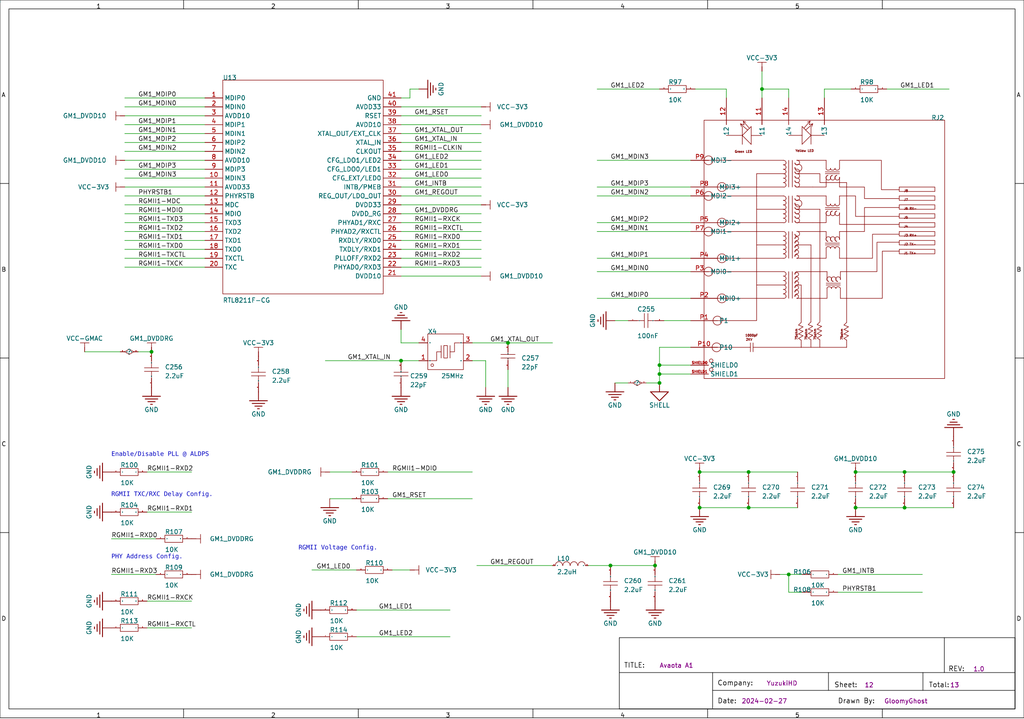
<source format=kicad_sch>
(kicad_sch (version 20231120) (generator "eeschema") (generator_version "8.0")
  (paper "User" 291.846 205.029)
  (lib_symbols
    (symbol "5-Voltage_1" (power) (pin_numbers hide) (pin_names hide)
      (symbol "5-Voltage_1_1_0"
        (pin power_in line (at 0 0 90) (length 1.27) (name "VCC-3V3") (number "1"))
      )
    )
    (symbol "5-Voltage_10" (power) (pin_numbers hide) (pin_names hide)
      (symbol "5-Voltage_10_1_0"
        (pin power_in line (at 0 0 90) (length 1.27) (name "GM1_DVDD10") (number "1"))
      )
    )
    (symbol "5-Voltage_11" (power) (pin_numbers hide) (pin_names hide)
      (symbol "5-Voltage_11_1_0"
        (pin power_in line (at 0 0 90) (length 1.27) (name "VCC-3V3") (number "1"))
      )
    )
    (symbol "5-Voltage_12" (power) (pin_numbers hide) (pin_names hide)
      (symbol "5-Voltage_12_1_0"
        (pin power_in line (at 0 0 90) (length 1.27) (name "GM1_DVDD10") (number "1"))
      )
    )
    (symbol "5-Voltage_13" (power) (pin_numbers hide) (pin_names hide)
      (symbol "5-Voltage_13_1_0"
        (pin power_in line (at 0 0 90) (length 1.27) (name "GM1_DVDD10") (number "1"))
      )
    )
    (symbol "5-Voltage_14" (power) (pin_numbers hide) (pin_names hide)
      (symbol "5-Voltage_14_1_0"
        (pin power_in line (at 0 0 90) (length 1.27) (name "VCC-3V3") (number "1"))
      )
    )
    (symbol "5-Voltage_15" (power) (pin_numbers hide) (pin_names hide)
      (symbol "5-Voltage_15_1_0"
        (pin power_in line (at 0 0 90) (length 1.27) (name "VCC-GMAC") (number "1"))
      )
    )
    (symbol "5-Voltage_2" (power) (pin_numbers hide) (pin_names hide)
      (symbol "5-Voltage_2_1_0"
        (pin power_in line (at 0 0 90) (length 1.27) (name "GM1_DVDD10") (number "1"))
      )
    )
    (symbol "5-Voltage_3" (power) (pin_numbers hide) (pin_names hide)
      (symbol "5-Voltage_3_1_0"
        (pin power_in line (at 0 0 90) (length 1.27) (name "VCC-3V3") (number "1"))
      )
    )
    (symbol "5-Voltage_4" (power) (pin_numbers hide) (pin_names hide)
      (symbol "5-Voltage_4_1_0"
        (pin power_in line (at 0 0 90) (length 1.27) (name "VCC-3V3") (number "1"))
      )
    )
    (symbol "5-Voltage_5" (power) (pin_numbers hide) (pin_names hide)
      (symbol "5-Voltage_5_1_0"
        (pin power_in line (at 0 0 90) (length 1.27) (name "VCC-3V3") (number "1"))
      )
    )
    (symbol "5-Voltage_6" (power) (pin_numbers hide) (pin_names hide)
      (symbol "5-Voltage_6_1_0"
        (pin power_in line (at 0 0 90) (length 1.27) (name "VCC-3V3") (number "1"))
      )
    )
    (symbol "5-Voltage_7" (power) (pin_numbers hide) (pin_names hide)
      (symbol "5-Voltage_7_1_0"
        (pin power_in line (at 0 0 90) (length 1.27) (name "GM1_DVDD10") (number "1"))
      )
    )
    (symbol "5-Voltage_8" (power) (pin_numbers hide) (pin_names hide)
      (symbol "5-Voltage_8_1_0"
        (pin power_in line (at 0 0 90) (length 1.27) (name "GM1_DVDD10") (number "1"))
      )
    )
    (symbol "5-Voltage_9" (power) (pin_numbers hide) (pin_names hide)
      (symbol "5-Voltage_9_1_0"
        (pin power_in line (at 0 0 90) (length 1.27) (name "VCC-3V3") (number "1"))
      )
    )
    (symbol "AvaotaA1-easyedapro:0201CG220J500NT"
      (property "Reference" "C" (at 0 0 0))
      (symbol "0201CG220J500NT_1_0"
        (pin input line (at -3.81 0 0) (length 2.54) (name "1") (number "1"))
        (pin input line (at 3.81 0 180) (length 2.54) (name "2") (number "2"))
      )
    )
    (symbol "AvaotaA1-easyedapro:0201X225M6R3NT"
      (property "Reference" "C" (at 0 0 0))
      (symbol "0201X225M6R3NT_1_0"
        (pin input line (at 0 -5.08 90) (length 2.54) (name "1") (number "1"))
        (pin input line (at 0 5.08 270) (length 2.54) (name "2") (number "2"))
      )
    )
    (symbol "AvaotaA1-easyedapro:5-Voltage" (power) (pin_numbers hide) (pin_names hide)
      (symbol "5-Voltage_1_0"
        (pin power_in line (at 0 0 90) (length 1.27) (name "GM1_DVDDRG") (number "1"))
      )
    )
    (symbol "AvaotaA1-easyedapro:7D025000Q01"
      (property "Reference" "X" (at 0 0 0))
      (symbol "7D025000Q01_1_0"
        (pin input line (at -7.62 -2.54 0) (length 2.54) (name "IN") (number "1"))
        (pin input line (at 7.62 -2.54 180) (length 2.54) (name "GND") (number "2"))
        (pin input line (at 7.62 2.54 180) (length 2.54) (name "OUT") (number "3"))
        (pin input line (at -7.62 2.54 0) (length 2.54) (name "GND") (number "4"))
      )
    )
    (symbol "AvaotaA1-easyedapro:CapAcitance"
      (symbol "CapAcitance_1_0"
        (pin input line (at -5.08 0 0) (length 2.54) (name "1") (number "1"))
        (pin input line (at 5.08 0 180) (length 2.54) (name "2") (number "2"))
      )
    )
    (symbol "AvaotaA1-easyedapro:Ground-AGND" (power) (pin_numbers hide) (pin_names hide)
      (symbol "Ground-AGND_1_0"
        (pin power_in line (at 0 0 270) (length 2.54) (name "SHELL") (number "1"))
      )
    )
    (symbol "AvaotaA1-easyedapro:Ground-GND" (power) (pin_numbers hide) (pin_names hide)
      (symbol "Ground-GND_1_0"
        (pin power_in line (at 0 0 270) (length 2.54) (name "GND") (number "1"))
      )
    )
    (symbol "AvaotaA1-easyedapro:HR911130A"
      (property "Reference" "RJ" (at 0 0 0))
      (symbol "HR911130A_1_0"
        (text "1000pF" (at -17.526 -28.702 0) (effects (font (size 0.635 0.635)) (justify left bottom)))
        (text "2KV" (at -17.3482 -29.8958 0) (effects (font (size 0.635 0.635)) (justify left bottom)))
        (text "75ohm" (at -2.5146 -29.718 900) (effects (font (size 0.635 0.635)) (justify left bottom)))
        (text "75ohm" (at 0.254 -29.7434 900) (effects (font (size 0.635 0.635)) (justify left bottom)))
        (text "75ohm" (at 2.794 -29.718 900) (effects (font (size 0.635 0.635)) (justify left bottom)))
        (text "75ohm" (at 10.414 -29.7434 900) (effects (font (size 0.635 0.635)) (justify left bottom)))
        (text "Green LED" (at -20.5486 23.6982 0) (effects (font (size 0.635 0.635)) (justify left bottom)))
        (text "J1 TX+" (at 27.686 -5.2578 0) (effects (font (size 0.635 0.635)) (justify left bottom)))
        (text "J2 TX-" (at 27.686 -2.7178 0) (effects (font (size 0.635 0.635)) (justify left bottom)))
        (text "J3 RX+" (at 27.686 -0.1778 0) (effects (font (size 0.635 0.635)) (justify left bottom)))
        (text "J4" (at 27.686 2.3622 0) (effects (font (size 0.635 0.635)) (justify left bottom)))
        (text "J5" (at 27.686 4.9022 0) (effects (font (size 0.635 0.635)) (justify left bottom)))
        (text "J6 RX-" (at 27.686 7.4422 0) (effects (font (size 0.635 0.635)) (justify left bottom)))
        (text "J7" (at 27.686 9.9822 0) (effects (font (size 0.635 0.635)) (justify left bottom)))
        (text "J8" (at 27.686 12.5222 0) (effects (font (size 0.635 0.635)) (justify left bottom)))
        (text "Yellow LED" (at -3.2512 23.9522 0) (effects (font (size 0.635 0.635)) (justify left bottom)))
        (pin input line (at -12.7 39.37 270) (length 7.62) (name "11") (number "11"))
        (pin input line (at -22.86 39.37 270) (length 7.62) (name "12") (number "12"))
        (pin input line (at 5.08 39.37 270) (length 7.62) (name "13") (number "13"))
        (pin input line (at -5.08 39.37 270) (length 7.62) (name "14") (number "14"))
        (pin input line (at -33.02 -24.13 0) (length 7.62) (name "P1") (number "P1"))
        (pin input line (at -33.02 -31.75 0) (length 7.62) (name "P10") (number "P10"))
        (pin input line (at -33.02 -17.78 0) (length 7.62) (name "MDI0+") (number "P2"))
        (pin input line (at -33.02 -10.16 0) (length 5.08) (name "MDI0-") (number "P3"))
        (pin input line (at -33.02 -6.35 0) (length 7.62) (name "MDI1+") (number "P4"))
        (pin input line (at -33.02 3.81 0) (length 7.62) (name "MDI2+") (number "P5"))
        (pin input line (at -33.02 11.43 0) (length 5.08) (name "MDI2-") (number "P6"))
        (pin input line (at -33.02 1.27 0) (length 5.08) (name "MDI1-") (number "P7"))
        (pin input line (at -33.02 13.97 0) (length 7.62) (name "MDI3+") (number "P8"))
        (pin input line (at -33.02 21.59 0) (length 5.08) (name "MDI3-") (number "P9"))
        (pin input line (at -33.02 -36.83 0) (length 5.08) (name "SHIELD0") (number "SHIELD0"))
        (pin input line (at -33.02 -39.37 0) (length 5.08) (name "SHIELD1") (number "SHIELD1"))
      )
    )
    (symbol "AvaotaA1-easyedapro:RTL8211F-CG"
      (symbol "RTL8211F-CG_1_0"
        (pin input line (at -27.94 27.94 0) (length 5.08) (name "MDIP0") (number "1"))
        (pin input line (at -27.94 5.08 0) (length 5.08) (name "MDIN3") (number "10"))
        (pin input line (at -27.94 2.54 0) (length 5.08) (name "AVDD33") (number "11"))
        (pin input line (at -27.94 0 0) (length 5.08) (name "PHYRSTB") (number "12"))
        (pin input line (at -27.94 -2.54 0) (length 5.08) (name "MDC") (number "13"))
        (pin input line (at -27.94 -5.08 0) (length 5.08) (name "MDIO") (number "14"))
        (pin input line (at -27.94 -7.62 0) (length 5.08) (name "TXD3") (number "15"))
        (pin input line (at -27.94 -10.16 0) (length 5.08) (name "TXD2") (number "16"))
        (pin input line (at -27.94 -12.7 0) (length 5.08) (name "TXD1") (number "17"))
        (pin input line (at -27.94 -15.24 0) (length 5.08) (name "TXD0") (number "18"))
        (pin input line (at -27.94 -17.78 0) (length 5.08) (name "TXCTL") (number "19"))
        (pin input line (at -27.94 25.4 0) (length 5.08) (name "MDIN0") (number "2"))
        (pin input line (at -27.94 -20.32 0) (length 5.08) (name "TXC") (number "20"))
        (pin input line (at 27.94 -22.86 180) (length 5.08) (name "DVDD10") (number "21"))
        (pin input line (at 27.94 -20.32 180) (length 5.08) (name "PHYAD0/RXD3") (number "22"))
        (pin input line (at 27.94 -17.78 180) (length 5.08) (name "PLLOFF/RXD2") (number "23"))
        (pin input line (at 27.94 -15.24 180) (length 5.08) (name "TXDLY/RXD1") (number "24"))
        (pin input line (at 27.94 -12.7 180) (length 5.08) (name "RXDLY/RXD0") (number "25"))
        (pin input line (at 27.94 -10.16 180) (length 5.08) (name "PHYAD2/RXCTL") (number "26"))
        (pin input line (at 27.94 -7.62 180) (length 5.08) (name "PHYAD1/RXC") (number "27"))
        (pin input line (at 27.94 -5.08 180) (length 5.08) (name "DVDD_RG") (number "28"))
        (pin input line (at 27.94 -2.54 180) (length 5.08) (name "DVDD33") (number "29"))
        (pin input line (at -27.94 22.86 0) (length 5.08) (name "AVDD10") (number "3"))
        (pin input line (at 27.94 0 180) (length 5.08) (name "REG_OUT/LDO_OUT") (number "30"))
        (pin input line (at 27.94 2.54 180) (length 5.08) (name "INTB/PMEB") (number "31"))
        (pin input line (at 27.94 5.08 180) (length 5.08) (name "CFG_EXT/LED0") (number "32"))
        (pin input line (at 27.94 7.62 180) (length 5.08) (name "CFG_LDO0/LED1") (number "33"))
        (pin input line (at 27.94 10.16 180) (length 5.08) (name "CFG_LDO1/LED2") (number "34"))
        (pin input line (at 27.94 12.7 180) (length 5.08) (name "CLKOUT") (number "35"))
        (pin input line (at 27.94 15.24 180) (length 5.08) (name "XTAL_IN") (number "36"))
        (pin input line (at 27.94 17.78 180) (length 5.08) (name "XTAL_OUT/EXT_CLK") (number "37"))
        (pin input line (at 27.94 20.32 180) (length 5.08) (name "AVDD10") (number "38"))
        (pin input line (at 27.94 22.86 180) (length 5.08) (name "RSET") (number "39"))
        (pin input line (at -27.94 20.32 0) (length 5.08) (name "MDIP1") (number "4"))
        (pin input line (at 27.94 25.4 180) (length 5.08) (name "AVDD33") (number "40"))
        (pin input line (at 27.94 27.94 180) (length 5.08) (name "GND") (number "41"))
        (pin input line (at -27.94 17.78 0) (length 5.08) (name "MDIN1") (number "5"))
        (pin input line (at -27.94 15.24 0) (length 5.08) (name "MDIP2") (number "6"))
        (pin input line (at -27.94 12.7 0) (length 5.08) (name "MDIN2") (number "7"))
        (pin input line (at -27.94 10.16 0) (length 5.08) (name "AVDD10") (number "8"))
        (pin input line (at -27.94 7.62 0) (length 5.08) (name "MDIP3") (number "9"))
      )
    )
    (symbol "AvaotaA1-easyedapro:Sheet_A4"
      (symbol "Sheet_A4_1_0"
        (text "1" (at 27.432 -204.6732 0) (effects (font (size 1.2192 1.2192)) (justify left bottom)))
        (text "1" (at 27.432 -2.4892 0) (effects (font (size 1.2192 1.2192)) (justify left bottom)))
        (text "2" (at 77.216 -204.6732 0) (effects (font (size 1.2192 1.2192)) (justify left bottom)))
        (text "2" (at 77.216 -2.4892 0) (effects (font (size 1.2192 1.2192)) (justify left bottom)))
        (text "3" (at 127 -204.6732 0) (effects (font (size 1.2192 1.2192)) (justify left bottom)))
        (text "3" (at 127 -2.4892 0) (effects (font (size 1.2192 1.2192)) (justify left bottom)))
        (text "4" (at 176.784 -204.6732 0) (effects (font (size 1.2192 1.2192)) (justify left bottom)))
        (text "4" (at 176.784 -2.4892 0) (effects (font (size 1.2192 1.2192)) (justify left bottom)))
        (text "5" (at 226.568 -204.6732 0) (effects (font (size 1.2192 1.2192)) (justify left bottom)))
        (text "5" (at 226.568 -2.4892 0) (effects (font (size 1.2192 1.2192)) (justify left bottom)))
        (text "A" (at 0.381 -27.7622 0) (effects (font (size 1.2192 1.2192)) (justify left bottom)))
        (text "A" (at 289.687 -27.7622 0) (effects (font (size 1.2192 1.2192)) (justify left bottom)))
        (text "B" (at 0.381 -77.5462 0) (effects (font (size 1.2192 1.2192)) (justify left bottom)))
        (text "B" (at 289.687 -77.5462 0) (effects (font (size 1.2192 1.2192)) (justify left bottom)))
        (text "C" (at 0.381 -127.3302 0) (effects (font (size 1.2192 1.2192)) (justify left bottom)))
        (text "C" (at 289.687 -127.3302 0) (effects (font (size 1.2192 1.2192)) (justify left bottom)))
        (text "Company:" (at 204.4446 -195.5546 0) (effects (font (size 1.397 1.397)) (justify left bottom)))
        (text "D" (at 0.381 -177.1142 0) (effects (font (size 1.2192 1.2192)) (justify left bottom)))
        (text "D" (at 289.687 -177.1142 0) (effects (font (size 1.2192 1.2192)) (justify left bottom)))
        (text "Date:" (at 204.47 -200.66 0) (effects (font (size 1.397 1.397)) (justify left bottom)))
        (text "Drawn By:" (at 238.76 -200.66 0) (effects (font (size 1.397 1.397)) (justify left bottom)))
        (text "REV:" (at 270.256 -191.516 0) (effects (font (size 1.397 1.397)) (justify left bottom)))
        (text "Sheet:" (at 237.744 -196.088 0) (effects (font (size 1.397 1.397)) (justify left bottom)))
        (text "TITLE:" (at 177.8 -190.5 0) (effects (font (size 1.397 1.397)) (justify left bottom)))
        (text "Total:" (at 264.668 -196.088 0) (effects (font (size 1.397 1.397)) (justify left bottom)))
      )
    )
    (symbol "AvaotaA1-easyedapro:Short-Symbol"
      (symbol "Short-Symbol_1_0"
        (pin input line (at -2.54 0 0) (length 1.27) (name "Pin1") (number "1"))
        (pin input line (at 2.54 0 180) (length 1.27) (name "Pin1") (number "2"))
      )
    )
    (symbol "AvaotaA1-easyedapro:WPN252012H2R2MT"
      (property "Reference" "L" (at 0 0 0))
      (symbol "WPN252012H2R2MT_1_0"
        (pin input line (at -5.08 0 0) (length 0.762) (name "1") (number "1"))
        (pin input line (at 5.08 0 180) (length 0.762) (name "2") (number "2"))
      )
    )
    (symbol "AvaotaA1-easyedapro:电阻"
      (symbol "电阻_1_0"
        (pin input line (at -5.08 0 0) (length 2.54) (name "1") (number "1"))
        (pin input line (at 5.08 0 180) (length 2.54) (name "2") (number "2"))
      )
    )
  )
  (junction (at 43.18 100.33))
  (junction (at 271.78 134.62))
  (junction (at 114.3 102.87))
  (junction (at 187.96 109.22))
  (junction (at 224.79 163.83))
  (junction (at 213.36 144.78))
  (junction (at 243.84 144.78))
  (junction (at 257.81 144.78))
  (junction (at 217.17 25.4))
  (junction (at 199.39 144.78))
  (junction (at 187.96 106.68))
  (junction (at 243.84 134.62))
  (junction (at 213.36 134.62))
  (junction (at 187.96 104.14))
  (junction (at 144.78 97.79))
  (junction (at 173.99 161.29))
  (junction (at 257.81 134.62))
  (junction (at 199.39 134.62))
  (junction (at 186.69 161.29))
  (wire (pts (xy 144.78 110.49) (xy 144.78 105.41)))
  (wire (pts (xy 196.85 45.72) (xy 170.18 45.72)))
  (wire (pts (xy 35.56 66.04) (xy 58.42 66.04)))
  (wire (pts (xy 224.79 27.94) (xy 224.79 25.4)))
  (wire (pts (xy 137.16 58.42) (xy 114.3 58.42)))
  (wire (pts (xy 137.16 33.02) (xy 114.3 33.02)))
  (wire (pts (xy 93.98 134.62) (xy 100.33 134.62)))
  (wire (pts (xy 196.85 104.14) (xy 187.96 104.14)))
  (wire (pts (xy 213.36 134.62) (xy 199.39 134.62)))
  (wire (pts (xy 187.96 109.22) (xy 187.96 106.68)))
  (wire (pts (xy 35.56 73.66) (xy 58.42 73.66)))
  (wire (pts (xy 137.16 30.48) (xy 114.3 30.48)))
  (wire (pts (xy 227.33 134.62) (xy 213.36 134.62)))
  (wire (pts (xy 234.95 25.4) (xy 234.95 27.94)))
  (wire (pts (xy 224.79 163.83) (xy 224.79 168.91)))
  (wire (pts (xy 35.56 40.64) (xy 58.42 40.64)))
  (wire (pts (xy 196.85 53.34) (xy 170.18 53.34)))
  (wire (pts (xy 114.3 27.94) (xy 116.84 27.94)))
  (wire (pts (xy 134.62 142.24) (xy 110.49 142.24)))
  (wire (pts (xy 35.56 27.94) (xy 58.42 27.94)))
  (wire (pts (xy 35.56 55.88) (xy 58.42 55.88)))
  (wire (pts (xy 119.38 102.87) (xy 114.3 102.87)))
  (wire (pts (xy 35.56 30.48) (xy 58.42 30.48)))
  (wire (pts (xy 34.29 100.33) (xy 24.13 100.33)))
  (wire (pts (xy 137.16 55.88) (xy 114.3 55.88)))
  (wire (pts (xy 137.16 68.58) (xy 114.3 68.58)))
  (wire (pts (xy 58.42 58.42) (xy 35.56 58.42)))
  (wire (pts (xy 41.91 134.62) (xy 54.61 134.62)))
  (wire (pts (xy 228.6 168.91) (xy 224.79 168.91)))
  (wire (pts (xy 187.96 104.14) (xy 187.96 106.68)))
  (wire (pts (xy 243.84 134.62) (xy 257.81 134.62)))
  (wire (pts (xy 196.85 99.06) (xy 187.96 99.06)))
  (wire (pts (xy 137.16 45.72) (xy 114.3 45.72)))
  (wire (pts (xy 196.85 66.04) (xy 170.18 66.04)))
  (wire (pts (xy 137.16 50.8) (xy 114.3 50.8)))
  (wire (pts (xy 35.56 33.02) (xy 58.42 33.02)))
  (wire (pts (xy 111.76 162.56) (xy 116.84 162.56)))
  (wire (pts (xy 137.16 78.74) (xy 114.3 78.74)))
  (wire (pts (xy 137.16 48.26) (xy 114.3 48.26)))
  (wire (pts (xy 173.99 161.29) (xy 167.64 161.29)))
  (wire (pts (xy 144.78 97.79) (xy 134.62 97.79)))
  (wire (pts (xy 187.96 25.4) (xy 170.18 25.4)))
  (wire (pts (xy 58.42 60.96) (xy 35.56 60.96)))
  (wire (pts (xy 58.42 76.2) (xy 35.56 76.2)))
  (wire (pts (xy 134.62 102.87) (xy 138.43 102.87)))
  (wire (pts (xy 114.3 71.12) (xy 137.16 71.12)))
  (wire (pts (xy 196.85 77.47) (xy 170.18 77.47)))
  (wire (pts (xy 137.16 66.04) (xy 114.3 66.04)))
  (wire (pts (xy 196.85 63.5) (xy 170.18 63.5)))
  (wire (pts (xy 35.56 45.72) (xy 58.42 45.72)))
  (wire (pts (xy 114.3 63.5) (xy 137.16 63.5)))
  (wire (pts (xy 58.42 63.5) (xy 35.56 63.5)))
  (wire (pts (xy 222.25 163.83) (xy 224.79 163.83)))
  (wire (pts (xy 187.96 106.68) (xy 196.85 106.68)))
  (wire (pts (xy 213.36 144.78) (xy 199.39 144.78)))
  (wire (pts (xy 238.76 168.91) (xy 262.89 168.91)))
  (wire (pts (xy 196.85 55.88) (xy 170.18 55.88)))
  (wire (pts (xy 35.56 38.1) (xy 58.42 38.1)))
  (wire (pts (xy 110.49 134.62) (xy 134.62 134.62)))
  (wire (pts (xy 137.16 76.2) (xy 114.3 76.2)))
  (wire (pts (xy 196.85 91.44) (xy 189.23 91.44)))
  (wire (pts (xy 135.89 161.29) (xy 157.48 161.29)))
  (wire (pts (xy 234.95 25.4) (xy 242.57 25.4)))
  (wire (pts (xy 157.48 97.79) (xy 144.78 97.79)))
  (wire (pts (xy 137.16 43.18) (xy 114.3 43.18)))
  (wire (pts (xy 88.9 162.56) (xy 101.6 162.56)))
  (wire (pts (xy 43.18 100.33) (xy 39.37 100.33)))
  (wire (pts (xy 217.17 25.4) (xy 217.17 27.94)))
  (wire (pts (xy 35.56 35.56) (xy 58.42 35.56)))
  (wire (pts (xy 186.69 161.29) (xy 173.99 161.29)))
  (wire (pts (xy 137.16 60.96) (xy 114.3 60.96)))
  (wire (pts (xy 227.33 144.78) (xy 213.36 144.78)))
  (wire (pts (xy 114.3 97.79) (xy 114.3 93.98)))
  (wire (pts (xy 137.16 40.64) (xy 114.3 40.64)))
  (wire (pts (xy 100.33 142.24) (xy 93.98 142.24)))
  (wire (pts (xy 252.73 25.4) (xy 270.51 25.4)))
  (wire (pts (xy 116.84 25.4) (xy 119.38 25.4)))
  (wire (pts (xy 137.16 53.34) (xy 114.3 53.34)))
  (wire (pts (xy 179.07 91.44) (xy 175.26 91.44)))
  (wire (pts (xy 119.38 97.79) (xy 114.3 97.79)))
  (wire (pts (xy 217.17 20.32) (xy 217.17 25.4)))
  (wire (pts (xy 175.26 109.22) (xy 179.07 109.22)))
  (wire (pts (xy 137.16 35.56) (xy 114.3 35.56)))
  (wire (pts (xy 41.91 171.45) (xy 54.61 171.45)))
  (wire (pts (xy 114.3 102.87) (xy 92.71 102.87)))
  (wire (pts (xy 196.85 85.09) (xy 170.18 85.09)))
  (wire (pts (xy 257.81 134.62) (xy 271.78 134.62)))
  (wire (pts (xy 207.01 25.4) (xy 198.12 25.4)))
  (wire (pts (xy 187.96 99.06) (xy 187.96 104.14)))
  (wire (pts (xy 196.85 73.66) (xy 170.18 73.66)))
  (wire (pts (xy 44.45 153.67) (xy 31.75 153.67)))
  (wire (pts (xy 116.84 27.94) (xy 116.84 25.4)))
  (wire (pts (xy 31.75 163.83) (xy 44.45 163.83)))
  (wire (pts (xy 207.01 27.94) (xy 207.01 25.4)))
  (wire (pts (xy 35.56 50.8) (xy 58.42 50.8)))
  (wire (pts (xy 58.42 71.12) (xy 35.56 71.12)))
  (wire (pts (xy 224.79 25.4) (xy 217.17 25.4)))
  (wire (pts (xy 35.56 43.18) (xy 58.42 43.18)))
  (wire (pts (xy 35.56 68.58) (xy 58.42 68.58)))
  (wire (pts (xy 138.43 110.49) (xy 138.43 102.87)))
  (wire (pts (xy 35.56 48.26) (xy 58.42 48.26)))
  (wire (pts (xy 224.79 163.83) (xy 228.6 163.83)))
  (wire (pts (xy 54.61 146.05) (xy 41.91 146.05)))
  (wire (pts (xy 128.27 181.61) (xy 101.6 181.61)))
  (wire (pts (xy 184.15 109.22) (xy 187.96 109.22)))
  (wire (pts (xy 128.27 173.99) (xy 101.6 173.99)))
  (wire (pts (xy 137.16 38.1) (xy 114.3 38.1)))
  (wire (pts (xy 41.91 179.07) (xy 54.61 179.07)))
  (wire (pts (xy 137.16 73.66) (xy 114.3 73.66)))
  (wire (pts (xy 257.81 144.78) (xy 271.78 144.78)))
  (wire (pts (xy 35.56 53.34) (xy 58.42 53.34)))
  (wire (pts (xy 262.89 163.83) (xy 238.76 163.83)))
  (wire (pts (xy 243.84 144.78) (xy 257.81 144.78)))
  (text "PHY Address Config." (at 31.75 160.02 0) (effects (font (size 1.27 1.27)) (justify left bottom)))
  (text "RGMII Voltage Config." (at 85.09 157.48 0) (effects (font (size 1.27 1.27)) (justify left bottom)))
  (text "Enable/Disable PLL @ ALDPS" (at 31.75 130.81 0) (effects (font (size 1.27 1.27)) (justify left bottom)))
  (text "RGMII TXC/RXC Delay Config." (at 31.75 142.24 0) (effects (font (size 1.27 1.27)) (justify left bottom)))
  (label "GM1_LED2" (at 118.11 45.72 0))
  (label "RGMII1-TXD0" (at 39.37 71.12 0))
  (label "GM1_XTAL_IN" (at 118.11 40.64 0))
  (label "GM1_MDIN3" (at 39.37 50.8 0))
  (label "GM1_LED2" (at 107.95 181.61 0))
  (label "GM1_XTAL_OUT" (at 118.11 38.1 0))
  (label "RGMII1-RXCTL" (at 41.91 179.07 0))
  (label "GM1_RSET" (at 118.11 33.02 0))
  (label "PHYRSTB1" (at 240.03 168.91 0))
  (label "GM1_MDIP3" (at 39.37 48.26 0))
  (label "GM1_RSET" (at 111.76 142.24 0))
  (label "GM1_MDIN2" (at 173.99 55.88 0))
  (label "RGMII1-TXCTL" (at 39.37 73.66 0))
  (label "RGMII1-MDIO" (at 111.76 134.62 0))
  (label "RGMII1-RXD2" (at 41.91 134.62 0))
  (label "GM1_MDIP2" (at 173.99 63.5 0))
  (label "RGMII1-RXCK" (at 41.91 171.45 0))
  (label "GM1_MDIP0" (at 173.99 85.09 0))
  (label "RGMII1-MDC" (at 39.37 58.42 0))
  (label "RGMII1-RXD3" (at 31.75 163.83 0))
  (label "GM1_MDIN2" (at 39.37 43.18 0))
  (label "GM1_MDIN1" (at 173.99 66.04 0))
  (label "RGMII1-RXD1" (at 118.11 71.12 0))
  (label "GM1_XTAL_OUT" (at 139.7 97.79 0))
  (label "GM1_LED1" (at 256.54 25.4 0))
  (label "GM1_LED1" (at 107.95 173.99 0))
  (label "RGMII1-TXD3" (at 39.37 63.5 0))
  (label "GM1_MDIN3" (at 173.99 45.72 0))
  (label "GM1_LED2" (at 173.99 25.4 0))
  (label "GM1_INTB" (at 240.03 163.83 0))
  (label "GM1_MDIP1" (at 39.37 35.56 0))
  (label "GM1_MDIP3" (at 173.99 53.34 0))
  (label "PHYRSTB1" (at 39.37 55.88 0))
  (label "GM1_REGOUT" (at 139.7 161.29 0))
  (label "RGMII1-TXD2" (at 39.37 66.04 0))
  (label "RGMII1-TXD1" (at 39.37 68.58 0))
  (label "RGMII1-MDIO" (at 39.37 60.96 0))
  (label "GM1_MDIN1" (at 39.37 38.1 0))
  (label "RGMII1-CLKIN" (at 118.11 43.18 0))
  (label "GM1_XTAL_IN" (at 99.06 102.87 0))
  (label "RGMII1-RXCK" (at 118.11 63.5 0))
  (label "GM1_LED1" (at 118.11 48.26 0))
  (label "RGMII1-TXCK" (at 39.37 76.2 0))
  (label "GM1_INTB" (at 118.11 53.34 0))
  (label "GM1_LED0" (at 90.17 162.56 0))
  (label "GM1_MDIP1" (at 173.99 73.66 0))
  (label "RGMII1-RXD1" (at 41.91 146.05 0))
  (label "RGMII1-RXD0" (at 31.75 153.67 0))
  (label "RGMII1-RXD3" (at 118.11 76.2 0))
  (label "GM1_REGOUT" (at 118.11 55.88 0))
  (label "RGMII1-RXD0" (at 118.11 68.58 0))
  (label "GM1_MDIN0" (at 173.99 77.47 0))
  (label "GM1_DVDDRG" (at 118.11 60.96 0))
  (label "GM1_MDIP0" (at 39.37 27.94 0))
  (label "RGMII1-RXCTL" (at 118.11 66.04 0))
  (label "GM1_MDIN0" (at 39.37 30.48 0))
  (label "GM1_MDIP2" (at 39.37 40.64 0))
  (label "RGMII1-RXD2" (at 118.11 73.66 0))
  (label "GM1_LED0" (at 118.11 50.8 0))
  (symbol (lib_id "AvaotaA1-easyedapro:电阻") (at 233.68 168.91 0) (unit 1)
    (property "Reference" "R108" (at 226.06 168.91 0) (effects (justify left bottom)))
    (property "Value" "10K" (at 231.14 172.72 0) (effects (justify left bottom)))
    (property "Footprint" "AvaotaA1-easyedapro:R0603" (effects (hide yes)))
  )
  (symbol (lib_name "5-Voltage_11") (lib_id "AvaotaA1-easyedapro:5-Voltage") (at 137.16 30.48 270) (unit 1)
    (property "Reference" "#PWR?" (effects (hide yes)))
    (property "Value" "VCC-3V3" (at 146.05 30.48 90))
    (property "Footprint" "AvaotaA1-easyedapro:" (effects (hide yes)))
    (property "Description" "Power-5V" (effects (hide yes)))
  )
  (symbol (lib_id "AvaotaA1-easyedapro:Ground-GND") (at 186.69 171.45 0) (unit 1)
    (property "Reference" "#PWR?" (effects (hide yes)))
    (property "Value" "GND" (at 186.69 177.8 0))
    (property "Footprint" "AvaotaA1-easyedapro:" (effects (hide yes)))
  )
  (symbol (lib_id "AvaotaA1-easyedapro:Ground-GND") (at 175.26 109.22 0) (unit 1)
    (property "Reference" "#PWR?" (effects (hide yes)))
    (property "Value" "GND" (at 175.26 115.57 0))
    (property "Footprint" "AvaotaA1-easyedapro:" (effects (hide yes)))
  )
  (symbol (lib_id "AvaotaA1-easyedapro:电阻") (at 49.53 153.67 0) (unit 1)
    (property "Reference" "R107" (at 46.99 152.4 0) (effects (justify left bottom)))
    (property "Value" "10K" (at 46.99 157.48 0) (effects (justify left bottom)))
    (property "Footprint" "AvaotaA1-easyedapro:R0603" (effects (hide yes)))
  )
  (symbol (lib_id "AvaotaA1-easyedapro:电阻") (at 36.83 179.07 0) (unit 1)
    (property "Reference" "R113" (at 34.29 177.8 0) (effects (justify left bottom)))
    (property "Value" "10K" (at 34.29 182.88 0) (effects (justify left bottom)))
    (property "Footprint" "AvaotaA1-easyedapro:R0603" (effects (hide yes)))
  )
  (symbol (lib_name "5-Voltage_6") (lib_id "AvaotaA1-easyedapro:5-Voltage") (at 199.39 134.62 0) (unit 1)
    (property "Reference" "#PWR?" (effects (hide yes)))
    (property "Value" "VCC-3V3" (at 199.39 130.81 0))
    (property "Footprint" "AvaotaA1-easyedapro:" (effects (hide yes)))
    (property "Description" "Power-5V" (effects (hide yes)))
  )
  (symbol (lib_id "AvaotaA1-easyedapro:0201X225M6R3NT") (at 73.66 106.68 180) (unit 1)
    (property "Reference" "C258" (at 77.47 106.68 0) (effects (justify right top)))
    (property "Value" "2.2uF" (at 77.47 109.22 0) (effects (justify right top)))
    (property "Footprint" "AvaotaA1-easyedapro:C0201" (effects (hide yes)))
    (property "Datasheet" "https://atta.szlcsc.com/upload/public/pdf/source/20180913/C285111_405173511BA094D64E8CAA96F7E40A73.pdf" (effects (hide yes)))
    (property "Description" "容值:2.2uF;精度:±20%;额定电压:6.3V;材质(温度系数):X5R;" (effects (hide yes)))
    (property "Manufacturer Part" "0201X225M6R3NT" (effects (hide yes)))
    (property "Manufacturer" "FH(风华)" (effects (hide yes)))
    (property "Supplier Part" "C285111" (effects (hide yes)))
    (property "Supplier" "LCSC" (effects (hide yes)))
    (property "LCSC Part Name" "2.2uF ±20% 6.3V" (effects (hide yes)))
  )
  (symbol (lib_id "AvaotaA1-easyedapro:Sheet_A4") (at 0 0 0) (unit 1)
    (property "Reference" "?" (at 0 0 0))
    (property "Footprint" "AvaotaA1-easyedapro:" (effects (hide yes)))
    (property "@Page Count" "13" (at 270.764 196.088 0) (effects (justify left bottom)))
    (property "@Page No" "12" (at 246.38 196.088 0) (effects (justify left bottom)))
    (property "@Project Name" "Avaota A1" (at 187.9346 190.5 0) (effects (justify left bottom)))
    (property "@Update Date" "2024-02-27" (at 211.328 200.66 0) (effects (justify left bottom)))
    (property "Comment" "GloomyGhost" (at 251.968 200.66 0) (effects (justify left bottom)))
    (property "Company" "YuzukiHD" (at 218.44 195.58 0) (effects (justify left bottom)))
    (property "Version" "1.0" (at 277.368 191.516 0) (effects (justify left bottom)))
  )
  (symbol (lib_id "AvaotaA1-easyedapro:Ground-GND") (at 114.3 110.49 0) (unit 1)
    (property "Reference" "#PWR?" (effects (hide yes)))
    (property "Value" "GND" (at 114.3 116.84 0))
    (property "Footprint" "AvaotaA1-easyedapro:" (effects (hide yes)))
  )
  (symbol (lib_id "AvaotaA1-easyedapro:Ground-GND") (at 138.43 110.49 0) (unit 1)
    (property "Reference" "#PWR?" (effects (hide yes)))
    (property "Value" "GND" (at 138.43 116.84 0))
    (property "Footprint" "AvaotaA1-easyedapro:" (effects (hide yes)))
  )
  (symbol (lib_id "AvaotaA1-easyedapro:0201X225M6R3NT") (at 243.84 139.7 180) (unit 1)
    (property "Reference" "C272" (at 247.65 139.7 0) (effects (justify right top)))
    (property "Value" "2.2uF" (at 247.65 142.24 0) (effects (justify right top)))
    (property "Footprint" "AvaotaA1-easyedapro:C0201" (effects (hide yes)))
    (property "Datasheet" "https://atta.szlcsc.com/upload/public/pdf/source/20180913/C285111_405173511BA094D64E8CAA96F7E40A73.pdf" (effects (hide yes)))
    (property "Description" "容值:2.2uF;精度:±20%;额定电压:6.3V;材质(温度系数):X5R;" (effects (hide yes)))
    (property "Manufacturer Part" "0201X225M6R3NT" (effects (hide yes)))
    (property "Manufacturer" "FH(风华)" (effects (hide yes)))
    (property "Supplier Part" "C285111" (effects (hide yes)))
    (property "Supplier" "LCSC" (effects (hide yes)))
    (property "LCSC Part Name" "2.2uF ±20% 6.3V" (effects (hide yes)))
  )
  (symbol (lib_name "5-Voltage_12") (lib_id "AvaotaA1-easyedapro:5-Voltage") (at 35.56 33.02 90) (unit 1)
    (property "Reference" "#PWR?" (effects (hide yes)))
    (property "Value" "GM1_DVDD10" (at 24.13 33.02 90))
    (property "Footprint" "AvaotaA1-easyedapro:" (effects (hide yes)))
    (property "Description" "Power-5V" (effects (hide yes)))
  )
  (symbol (lib_id "AvaotaA1-easyedapro:WPN252012H2R2MT") (at 162.56 161.29 0) (unit 1)
    (property "Reference" "L10" (at 158.75 160.02 0) (effects (justify left bottom)))
    (property "Value" "2.2uH" (at 158.75 163.83 0) (effects (justify left bottom)))
    (property "Footprint" "AvaotaA1-easyedapro:IND-SMD_L2.5-W2.0_WPN252012H" (effects (hide yes)))
    (property "Datasheet" "https://atta.szlcsc.com/upload/public/pdf/source/20231024/AA72387348CB63159A6CBE41DDE5ECDA.pdf" (effects (hide yes)))
    (property "Description" "电感值:2.2uH;精度:±20%;额定电流:1.9A;饱和电流(Isat):3A;类型:-;" (effects (hide yes)))
    (property "Manufacturer Part" "WPN252012H2R2MT" (effects (hide yes)))
    (property "Manufacturer" "Sunlord(顺络)" (effects (hide yes)))
    (property "Supplier Part" "C98350" (effects (hide yes)))
    (property "Supplier" "LCSC" (effects (hide yes)))
    (property "LCSC Part Name" "2.2uH ±20% 3A" (effects (hide yes)))
  )
  (symbol (lib_name "5-Voltage_14") (lib_id "AvaotaA1-easyedapro:5-Voltage") (at 35.56 53.34 90) (unit 1)
    (property "Reference" "#PWR?" (effects (hide yes)))
    (property "Value" "VCC-3V3" (at 26.67 53.34 90))
    (property "Footprint" "AvaotaA1-easyedapro:" (effects (hide yes)))
    (property "Description" "Power-5V" (effects (hide yes)))
  )
  (symbol (lib_id "AvaotaA1-easyedapro:Ground-GND") (at 271.78 124.46 180) (unit 1)
    (property "Reference" "#PWR?" (effects (hide yes)))
    (property "Value" "GND" (at 271.78 118.11 0))
    (property "Footprint" "AvaotaA1-easyedapro:" (effects (hide yes)))
  )
  (symbol (lib_id "AvaotaA1-easyedapro:电阻") (at 106.68 162.56 0) (unit 1)
    (property "Reference" "R110" (at 104.14 161.29 0) (effects (justify left bottom)))
    (property "Value" "10K" (at 104.14 166.37 0) (effects (justify left bottom)))
    (property "Footprint" "AvaotaA1-easyedapro:R0603" (effects (hide yes)))
  )
  (symbol (lib_id "AvaotaA1-easyedapro:0201X225M6R3NT") (at 199.39 139.7 180) (unit 1)
    (property "Reference" "C269" (at 203.2 139.7 0) (effects (justify right top)))
    (property "Value" "2.2uF" (at 203.2 142.24 0) (effects (justify right top)))
    (property "Footprint" "AvaotaA1-easyedapro:C0201" (effects (hide yes)))
    (property "Datasheet" "https://atta.szlcsc.com/upload/public/pdf/source/20180913/C285111_405173511BA094D64E8CAA96F7E40A73.pdf" (effects (hide yes)))
    (property "Description" "容值:2.2uF;精度:±20%;额定电压:6.3V;材质(温度系数):X5R;" (effects (hide yes)))
    (property "Manufacturer Part" "0201X225M6R3NT" (effects (hide yes)))
    (property "Manufacturer" "FH(风华)" (effects (hide yes)))
    (property "Supplier Part" "C285111" (effects (hide yes)))
    (property "Supplier" "LCSC" (effects (hide yes)))
    (property "LCSC Part Name" "2.2uF ±20% 6.3V" (effects (hide yes)))
  )
  (symbol (lib_id "AvaotaA1-easyedapro:Ground-AGND") (at 187.96 109.22 0) (unit 1)
    (property "Reference" "#PWR?" (effects (hide yes)))
    (property "Value" "SHELL" (at 187.96 115.57 0))
    (property "Footprint" "AvaotaA1-easyedapro:" (effects (hide yes)))
  )
  (symbol (lib_id "AvaotaA1-easyedapro:5-Voltage") (at 93.98 134.62 90) (unit 1)
    (property "Reference" "#PWR?" (effects (hide yes)))
    (property "Value" "GM1_DVDDRG" (at 82.55 134.62 90))
    (property "Footprint" "AvaotaA1-easyedapro:" (effects (hide yes)))
    (property "Description" "Power-5V" (effects (hide yes)))
  )
  (symbol (lib_id "AvaotaA1-easyedapro:7D025000Q01") (at 127 100.33 0) (unit 1)
    (property "Reference" "X4" (at 121.92 95.25 0) (effects (justify left bottom)))
    (property "Value" "25MHz" (at 125.73 107.95 0) (effects (justify left bottom)))
    (property "Footprint" "AvaotaA1-easyedapro:CRYSTAL-SMD_4P-L2.0-W1.6-BL" (effects (hide yes)))
    (property "Datasheet" "https://atta.szlcsc.com/upload/public/pdf/source/20220223/891C6A51CC6F69B73E92651637DFAA51.pdf" (effects (hide yes)))
    (property "Description" "晶振类型:贴片晶振;频率:25MHz;常温频差:±10ppm;外接负载电容:18pF;频率稳定度(全温):±20ppm;" (effects (hide yes)))
    (property "Manufacturer Part" "7D025000Q01" (effects (hide yes)))
    (property "Manufacturer" "HD(浩都频率)" (effects (hide yes)))
    (property "Supplier Part" "C648942" (effects (hide yes)))
    (property "Supplier" "LCSC" (effects (hide yes)))
    (property "LCSC Part Name" "25MHz ±10ppm 18pF" (effects (hide yes)))
  )
  (symbol (lib_id "AvaotaA1-easyedapro:Short-Symbol") (at 36.83 100.33 0) (unit 1)
    (property "Reference" "?" (at 36.83 100.33 0))
    (property "Footprint" "AvaotaA1-easyedapro:" (effects (hide yes)))
  )
  (symbol (lib_id "AvaotaA1-easyedapro:Ground-GND") (at 31.75 171.45 270) (unit 1)
    (property "Reference" "#PWR?" (effects (hide yes)))
    (property "Value" "GND" (at 25.4 171.45 0))
    (property "Footprint" "AvaotaA1-easyedapro:" (effects (hide yes)))
  )
  (symbol (lib_id "AvaotaA1-easyedapro:5-Voltage") (at 43.18 100.33 0) (unit 1)
    (property "Reference" "#PWR?" (effects (hide yes)))
    (property "Value" "GM1_DVDDRG" (at 43.18 96.52 0))
    (property "Footprint" "AvaotaA1-easyedapro:" (effects (hide yes)))
    (property "Description" "Power-5V" (effects (hide yes)))
  )
  (symbol (lib_name "5-Voltage_10") (lib_id "AvaotaA1-easyedapro:5-Voltage") (at 137.16 35.56 270) (unit 1)
    (property "Reference" "#PWR?" (effects (hide yes)))
    (property "Value" "GM1_DVDD10" (at 148.59 35.56 90))
    (property "Footprint" "AvaotaA1-easyedapro:" (effects (hide yes)))
    (property "Description" "Power-5V" (effects (hide yes)))
  )
  (symbol (lib_id "AvaotaA1-easyedapro:Ground-GND") (at 31.75 179.07 270) (unit 1)
    (property "Reference" "#PWR?" (effects (hide yes)))
    (property "Value" "GND" (at 25.4 179.07 0))
    (property "Footprint" "AvaotaA1-easyedapro:" (effects (hide yes)))
  )
  (symbol (lib_id "AvaotaA1-easyedapro:电阻") (at 247.65 25.4 0) (unit 1)
    (property "Reference" "R98" (at 245.11 24.13 0) (effects (justify left bottom)))
    (property "Value" "10K" (at 245.11 29.21 0) (effects (justify left bottom)))
    (property "Footprint" "AvaotaA1-easyedapro:R0603" (effects (hide yes)))
  )
  (symbol (lib_id "AvaotaA1-easyedapro:0201X225M6R3NT") (at 186.69 166.37 180) (unit 1)
    (property "Reference" "C261" (at 190.5 166.37 0) (effects (justify right top)))
    (property "Value" "2.2uF" (at 190.5 168.91 0) (effects (justify right top)))
    (property "Footprint" "AvaotaA1-easyedapro:C0201" (effects (hide yes)))
    (property "Datasheet" "https://atta.szlcsc.com/upload/public/pdf/source/20180913/C285111_405173511BA094D64E8CAA96F7E40A73.pdf" (effects (hide yes)))
    (property "Description" "容值:2.2uF;精度:±20%;额定电压:6.3V;材质(温度系数):X5R;" (effects (hide yes)))
    (property "Manufacturer Part" "0201X225M6R3NT" (effects (hide yes)))
    (property "Manufacturer" "FH(风华)" (effects (hide yes)))
    (property "Supplier Part" "C285111" (effects (hide yes)))
    (property "Supplier" "LCSC" (effects (hide yes)))
    (property "LCSC Part Name" "2.2uF ±20% 6.3V" (effects (hide yes)))
  )
  (symbol (lib_name "5-Voltage_4") (lib_id "AvaotaA1-easyedapro:5-Voltage") (at 217.17 20.32 0) (unit 1)
    (property "Reference" "#PWR?" (effects (hide yes)))
    (property "Value" "VCC-3V3" (at 217.17 16.51 0))
    (property "Footprint" "AvaotaA1-easyedapro:" (effects (hide yes)))
    (property "Description" "Power-5V" (effects (hide yes)))
  )
  (symbol (lib_name "5-Voltage_9") (lib_id "AvaotaA1-easyedapro:5-Voltage") (at 137.16 58.42 270) (unit 1)
    (property "Reference" "#PWR?" (effects (hide yes)))
    (property "Value" "VCC-3V3" (at 146.05 58.42 90))
    (property "Footprint" "AvaotaA1-easyedapro:" (effects (hide yes)))
    (property "Description" "Power-5V" (effects (hide yes)))
  )
  (symbol (lib_id "AvaotaA1-easyedapro:0201X225M6R3NT") (at 43.18 105.41 180) (unit 1)
    (property "Reference" "C256" (at 46.99 105.41 0) (effects (justify right top)))
    (property "Value" "2.2uF" (at 46.99 107.95 0) (effects (justify right top)))
    (property "Footprint" "AvaotaA1-easyedapro:C0201" (effects (hide yes)))
    (property "Datasheet" "https://atta.szlcsc.com/upload/public/pdf/source/20180913/C285111_405173511BA094D64E8CAA96F7E40A73.pdf" (effects (hide yes)))
    (property "Description" "容值:2.2uF;精度:±20%;额定电压:6.3V;材质(温度系数):X5R;" (effects (hide yes)))
    (property "Manufacturer Part" "0201X225M6R3NT" (effects (hide yes)))
    (property "Manufacturer" "FH(风华)" (effects (hide yes)))
    (property "Supplier Part" "C285111" (effects (hide yes)))
    (property "Supplier" "LCSC" (effects (hide yes)))
    (property "LCSC Part Name" "2.2uF ±20% 6.3V" (effects (hide yes)))
  )
  (symbol (lib_id "AvaotaA1-easyedapro:0201X225M6R3NT") (at 213.36 139.7 180) (unit 1)
    (property "Reference" "C270" (at 217.17 139.7 0) (effects (justify right top)))
    (property "Value" "2.2uF" (at 217.17 142.24 0) (effects (justify right top)))
    (property "Footprint" "AvaotaA1-easyedapro:C0201" (effects (hide yes)))
    (property "Datasheet" "https://atta.szlcsc.com/upload/public/pdf/source/20180913/C285111_405173511BA094D64E8CAA96F7E40A73.pdf" (effects (hide yes)))
    (property "Description" "容值:2.2uF;精度:±20%;额定电压:6.3V;材质(温度系数):X5R;" (effects (hide yes)))
    (property "Manufacturer Part" "0201X225M6R3NT" (effects (hide yes)))
    (property "Manufacturer" "FH(风华)" (effects (hide yes)))
    (property "Supplier Part" "C285111" (effects (hide yes)))
    (property "Supplier" "LCSC" (effects (hide yes)))
    (property "LCSC Part Name" "2.2uF ±20% 6.3V" (effects (hide yes)))
  )
  (symbol (lib_name "5-Voltage_1") (lib_id "AvaotaA1-easyedapro:5-Voltage") (at 116.84 162.56 270) (unit 1)
    (property "Reference" "#PWR?" (effects (hide yes)))
    (property "Value" "VCC-3V3" (at 125.73 162.56 90))
    (property "Footprint" "AvaotaA1-easyedapro:" (effects (hide yes)))
    (property "Description" "Power-5V" (effects (hide yes)))
  )
  (symbol (lib_id "AvaotaA1-easyedapro:0201CG220J500NT") (at 114.3 106.68 90) (unit 1)
    (property "Reference" "C259" (at 116.84 107.95 90) (effects (justify right top)))
    (property "Value" "22pF" (at 116.84 110.49 90) (effects (justify right top)))
    (property "Footprint" "AvaotaA1-easyedapro:C0201" (effects (hide yes)))
    (property "Datasheet" "https://atta.szlcsc.com/upload/public/pdf/source/20200305/C486355_26A10D38EF8C2A5C37091D0039909270.pdf" (effects (hide yes)))
    (property "Description" "容值:22pF;精度:±5%;额定电压:50V;材质(温度系数):C0G;" (effects (hide yes)))
    (property "Manufacturer Part" "0201CG220J500NT" (effects (hide yes)))
    (property "Manufacturer" "FH(风华)" (effects (hide yes)))
    (property "Supplier Part" "C57783" (effects (hide yes)))
    (property "Supplier" "LCSC" (effects (hide yes)))
    (property "LCSC Part Name" "22pF ±5% 50V" (effects (hide yes)))
  )
  (symbol (lib_id "AvaotaA1-easyedapro:Ground-GND") (at 31.75 134.62 270) (unit 1)
    (property "Reference" "#PWR?" (effects (hide yes)))
    (property "Value" "GND" (at 25.4 134.62 0))
    (property "Footprint" "AvaotaA1-easyedapro:" (effects (hide yes)))
  )
  (symbol (lib_id "AvaotaA1-easyedapro:0201X225M6R3NT") (at 257.81 139.7 180) (unit 1)
    (property "Reference" "C273" (at 261.62 139.7 0) (effects (justify right top)))
    (property "Value" "2.2uF" (at 261.62 142.24 0) (effects (justify right top)))
    (property "Footprint" "AvaotaA1-easyedapro:C0201" (effects (hide yes)))
    (property "Datasheet" "https://atta.szlcsc.com/upload/public/pdf/source/20180913/C285111_405173511BA094D64E8CAA96F7E40A73.pdf" (effects (hide yes)))
    (property "Description" "容值:2.2uF;精度:±20%;额定电压:6.3V;材质(温度系数):X5R;" (effects (hide yes)))
    (property "Manufacturer Part" "0201X225M6R3NT" (effects (hide yes)))
    (property "Manufacturer" "FH(风华)" (effects (hide yes)))
    (property "Supplier Part" "C285111" (effects (hide yes)))
    (property "Supplier" "LCSC" (effects (hide yes)))
    (property "LCSC Part Name" "2.2uF ±20% 6.3V" (effects (hide yes)))
  )
  (symbol (lib_id "AvaotaA1-easyedapro:电阻") (at 105.41 134.62 0) (unit 1)
    (property "Reference" "R101" (at 102.87 133.35 0) (effects (justify left bottom)))
    (property "Value" "10K" (at 102.87 138.43 0) (effects (justify left bottom)))
    (property "Footprint" "AvaotaA1-easyedapro:R0603" (effects (hide yes)))
  )
  (symbol (lib_id "AvaotaA1-easyedapro:Ground-GND") (at 144.78 110.49 0) (unit 1)
    (property "Reference" "#PWR?" (effects (hide yes)))
    (property "Value" "GND" (at 144.78 116.84 0))
    (property "Footprint" "AvaotaA1-easyedapro:" (effects (hide yes)))
  )
  (symbol (lib_id "AvaotaA1-easyedapro:HR911130A") (at 229.87 67.31 0) (unit 1)
    (property "Reference" "RJ2" (at 265.43 34.29 0) (effects (justify left bottom)))
    (property "Footprint" "AvaotaA1-easyedapro:RJ45-TH_HR911130A" (effects (hide yes)))
    (property "Datasheet" "https://atta.szlcsc.com/upload/public/pdf/source/20151014/1457707458393.pdf" (effects (hide yes)))
    (property "Description" "连接器类型:RJ插座;USOC代码:RJ45;端口数量:1;等级:-;屏蔽:-;LED:有;" (effects (hide yes)))
    (property "Manufacturer Part" "HR911130A" (effects (hide yes)))
    (property "Manufacturer" "HANRUN(汉仁)" (effects (hide yes)))
    (property "Supplier Part" "C54408" (effects (hide yes)))
    (property "Supplier" "LCSC" (effects (hide yes)))
    (property "LCSC Part Name" "RJ45" (effects (hide yes)))
  )
  (symbol (lib_id "AvaotaA1-easyedapro:Ground-GND") (at 173.99 171.45 0) (unit 1)
    (property "Reference" "#PWR?" (effects (hide yes)))
    (property "Value" "GND" (at 173.99 177.8 0))
    (property "Footprint" "AvaotaA1-easyedapro:" (effects (hide yes)))
  )
  (symbol (lib_id "AvaotaA1-easyedapro:0201CG220J500NT") (at 144.78 101.6 90) (unit 1)
    (property "Reference" "C257" (at 148.59 102.87 90) (effects (justify right top)))
    (property "Value" "22pF" (at 148.59 105.41 90) (effects (justify right top)))
    (property "Footprint" "AvaotaA1-easyedapro:C0201" (effects (hide yes)))
    (property "Datasheet" "https://atta.szlcsc.com/upload/public/pdf/source/20200305/C486355_26A10D38EF8C2A5C37091D0039909270.pdf" (effects (hide yes)))
    (property "Description" "容值:22pF;精度:±5%;额定电压:50V;材质(温度系数):C0G;" (effects (hide yes)))
    (property "Manufacturer Part" "0201CG220J500NT" (effects (hide yes)))
    (property "Manufacturer" "FH(风华)" (effects (hide yes)))
    (property "Supplier Part" "C57783" (effects (hide yes)))
    (property "Supplier" "LCSC" (effects (hide yes)))
    (property "LCSC Part Name" "22pF ±5% 50V" (effects (hide yes)))
  )
  (symbol (lib_id "AvaotaA1-easyedapro:Ground-GND") (at 175.26 91.44 270) (unit 1)
    (property "Reference" "#PWR?" (effects (hide yes)))
    (property "Value" "GND" (at 168.91 91.44 0))
    (property "Footprint" "AvaotaA1-easyedapro:" (effects (hide yes)))
  )
  (symbol (lib_id "AvaotaA1-easyedapro:CapAcitance") (at 184.15 91.44 0) (unit 1)
    (property "Reference" "C255" (at 181.61 88.9 0) (effects (justify left bottom)))
    (property "Value" "100nF" (at 181.61 96.52 0) (effects (justify left bottom)))
    (property "Footprint" "AvaotaA1-easyedapro:C0402" (effects (hide yes)))
  )
  (symbol (lib_id "AvaotaA1-easyedapro:0201X225M6R3NT") (at 271.78 139.7 180) (unit 1)
    (property "Reference" "C274" (at 275.59 139.7 0) (effects (justify right top)))
    (property "Value" "2.2uF" (at 275.59 142.24 0) (effects (justify right top)))
    (property "Footprint" "AvaotaA1-easyedapro:C0201" (effects (hide yes)))
    (property "Datasheet" "https://atta.szlcsc.com/upload/public/pdf/source/20180913/C285111_405173511BA094D64E8CAA96F7E40A73.pdf" (effects (hide yes)))
    (property "Description" "容值:2.2uF;精度:±20%;额定电压:6.3V;材质(温度系数):X5R;" (effects (hide yes)))
    (property "Manufacturer Part" "0201X225M6R3NT" (effects (hide yes)))
    (property "Manufacturer" "FH(风华)" (effects (hide yes)))
    (property "Supplier Part" "C285111" (effects (hide yes)))
    (property "Supplier" "LCSC" (effects (hide yes)))
    (property "LCSC Part Name" "2.2uF ±20% 6.3V" (effects (hide yes)))
  )
  (symbol (lib_id "AvaotaA1-easyedapro:电阻") (at 233.68 163.83 0) (unit 1)
    (property "Reference" "R106" (at 226.06 163.83 0) (effects (justify left bottom)))
    (property "Value" "10K" (at 231.14 167.64 0) (effects (justify left bottom)))
    (property "Footprint" "AvaotaA1-easyedapro:R0603" (effects (hide yes)))
  )
  (symbol (lib_id "AvaotaA1-easyedapro:Ground-GND") (at 199.39 144.78 0) (unit 1)
    (property "Reference" "#PWR?" (effects (hide yes)))
    (property "Value" "GND" (at 199.39 151.13 0))
    (property "Footprint" "AvaotaA1-easyedapro:" (effects (hide yes)))
  )
  (symbol (lib_id "AvaotaA1-easyedapro:RTL8211F-CG") (at 86.36 55.88 0) (unit 1)
    (property "Reference" "U13" (at 63.5 22.86 0) (effects (justify left bottom)))
    (property "Value" "RTL8211F-CG" (at 63.5 86.36 0) (effects (justify left bottom)))
    (property "Footprint" "AvaotaA1-easyedapro:WQFN-40_L5.0-W5.0-P0.4-BL-EP" (effects (hide yes)))
    (property "Datasheet" "https://atta.szlcsc.com/upload/public/pdf/source/20190902/C187932_1913F3711F05FE1324DF2946D70D648D.pdf" (effects (hide yes)))
    (property "Description" "应用功能:-;通道数:-;接口类型:-;" (effects (hide yes)))
    (property "Manufacturer Part" "RTL8211F-CG" (effects (hide yes)))
    (property "Manufacturer" "REALTEK(瑞昱)" (effects (hide yes)))
    (property "Supplier Part" "C187932" (effects (hide yes)))
    (property "Supplier" "LCSC" (effects (hide yes)))
    (property "LCSC Part Name" "集成10/100/1000M以太网精密收发器" (effects (hide yes)))
  )
  (symbol (lib_id "AvaotaA1-easyedapro:电阻") (at 36.83 146.05 0) (unit 1)
    (property "Reference" "R104" (at 34.29 144.78 0) (effects (justify left bottom)))
    (property "Value" "10K" (at 34.29 149.86 0) (effects (justify left bottom)))
    (property "Footprint" "AvaotaA1-easyedapro:R0603" (effects (hide yes)))
  )
  (symbol (lib_name "5-Voltage_15") (lib_id "AvaotaA1-easyedapro:5-Voltage") (at 24.13 100.33 0) (unit 1)
    (property "Reference" "#PWR?" (effects (hide yes)))
    (property "Value" "VCC-GMAC" (at 24.13 96.52 0))
    (property "Footprint" "AvaotaA1-easyedapro:" (effects (hide yes)))
    (property "Description" "Power-5V" (effects (hide yes)))
  )
  (symbol (lib_id "AvaotaA1-easyedapro:电阻") (at 49.53 163.83 0) (unit 1)
    (property "Reference" "R109" (at 46.99 162.56 0) (effects (justify left bottom)))
    (property "Value" "10K" (at 46.99 167.64 0) (effects (justify left bottom)))
    (property "Footprint" "AvaotaA1-easyedapro:R0603" (effects (hide yes)))
  )
  (symbol (lib_id "AvaotaA1-easyedapro:电阻") (at 193.04 25.4 0) (unit 1)
    (property "Reference" "R97" (at 190.5 24.13 0) (effects (justify left bottom)))
    (property "Value" "10K" (at 190.5 29.21 0) (effects (justify left bottom)))
    (property "Footprint" "AvaotaA1-easyedapro:R0603" (effects (hide yes)))
  )
  (symbol (lib_id "AvaotaA1-easyedapro:Ground-GND") (at 93.98 142.24 0) (unit 1)
    (property "Reference" "#PWR?" (effects (hide yes)))
    (property "Value" "GND" (at 93.98 148.59 0))
    (property "Footprint" "AvaotaA1-easyedapro:" (effects (hide yes)))
  )
  (symbol (lib_id "AvaotaA1-easyedapro:电阻") (at 36.83 134.62 0) (unit 1)
    (property "Reference" "R100" (at 34.29 133.35 0) (effects (justify left bottom)))
    (property "Value" "10K" (at 34.29 138.43 0) (effects (justify left bottom)))
    (property "Footprint" "AvaotaA1-easyedapro:R0603" (effects (hide yes)))
  )
  (symbol (lib_id "AvaotaA1-easyedapro:Ground-GND") (at 73.66 111.76 0) (unit 1)
    (property "Reference" "#PWR?" (effects (hide yes)))
    (property "Value" "GND" (at 73.66 118.11 0))
    (property "Footprint" "AvaotaA1-easyedapro:" (effects (hide yes)))
  )
  (symbol (lib_id "AvaotaA1-easyedapro:Ground-GND") (at 91.44 173.99 270) (unit 1)
    (property "Reference" "#PWR?" (effects (hide yes)))
    (property "Value" "GND" (at 85.09 173.99 0))
    (property "Footprint" "AvaotaA1-easyedapro:" (effects (hide yes)))
  )
  (symbol (lib_id "AvaotaA1-easyedapro:电阻") (at 96.52 181.61 0) (unit 1)
    (property "Reference" "R114" (at 93.98 180.34 0) (effects (justify left bottom)))
    (property "Value" "10K" (at 93.98 185.42 0) (effects (justify left bottom)))
    (property "Footprint" "AvaotaA1-easyedapro:R0603" (effects (hide yes)))
  )
  (symbol (lib_id "AvaotaA1-easyedapro:Ground-GND") (at 243.84 144.78 0) (unit 1)
    (property "Reference" "#PWR?" (effects (hide yes)))
    (property "Value" "GND" (at 243.84 151.13 0))
    (property "Footprint" "AvaotaA1-easyedapro:" (effects (hide yes)))
  )
  (symbol (lib_id "AvaotaA1-easyedapro:5-Voltage") (at 54.61 163.83 270) (unit 1)
    (property "Reference" "#PWR?" (effects (hide yes)))
    (property "Value" "GM1_DVDDRG" (at 66.04 163.83 90))
    (property "Footprint" "AvaotaA1-easyedapro:" (effects (hide yes)))
    (property "Description" "Power-5V" (effects (hide yes)))
  )
  (symbol (lib_id "AvaotaA1-easyedapro:0201X225M6R3NT") (at 173.99 166.37 180) (unit 1)
    (property "Reference" "C260" (at 177.8 166.37 0) (effects (justify right top)))
    (property "Value" "2.2uF" (at 177.8 168.91 0) (effects (justify right top)))
    (property "Footprint" "AvaotaA1-easyedapro:C0201" (effects (hide yes)))
    (property "Datasheet" "https://atta.szlcsc.com/upload/public/pdf/source/20180913/C285111_405173511BA094D64E8CAA96F7E40A73.pdf" (effects (hide yes)))
    (property "Description" "容值:2.2uF;精度:±20%;额定电压:6.3V;材质(温度系数):X5R;" (effects (hide yes)))
    (property "Manufacturer Part" "0201X225M6R3NT" (effects (hide yes)))
    (property "Manufacturer" "FH(风华)" (effects (hide yes)))
    (property "Supplier Part" "C285111" (effects (hide yes)))
    (property "Supplier" "LCSC" (effects (hide yes)))
    (property "LCSC Part Name" "2.2uF ±20% 6.3V" (effects (hide yes)))
  )
  (symbol (lib_name "5-Voltage_2") (lib_id "AvaotaA1-easyedapro:5-Voltage") (at 186.69 161.29 0) (unit 1)
    (property "Reference" "#PWR?" (effects (hide yes)))
    (property "Value" "GM1_DVDD10" (at 186.69 157.48 0))
    (property "Footprint" "AvaotaA1-easyedapro:" (effects (hide yes)))
    (property "Description" "Power-5V" (effects (hide yes)))
  )
  (symbol (lib_id "AvaotaA1-easyedapro:Ground-GND") (at 43.18 110.49 0) (unit 1)
    (property "Reference" "#PWR?" (effects (hide yes)))
    (property "Value" "GND" (at 43.18 116.84 0))
    (property "Footprint" "AvaotaA1-easyedapro:" (effects (hide yes)))
  )
  (symbol (lib_name "5-Voltage_13") (lib_id "AvaotaA1-easyedapro:5-Voltage") (at 35.56 45.72 90) (unit 1)
    (property "Reference" "#PWR?" (effects (hide yes)))
    (property "Value" "GM1_DVDD10" (at 24.13 45.72 90))
    (property "Footprint" "AvaotaA1-easyedapro:" (effects (hide yes)))
    (property "Description" "Power-5V" (effects (hide yes)))
  )
  (symbol (lib_id "AvaotaA1-easyedapro:5-Voltage") (at 54.61 153.67 270) (unit 1)
    (property "Reference" "#PWR?" (effects (hide yes)))
    (property "Value" "GM1_DVDDRG" (at 66.04 153.67 90))
    (property "Footprint" "AvaotaA1-easyedapro:" (effects (hide yes)))
    (property "Description" "Power-5V" (effects (hide yes)))
  )
  (symbol (lib_id "AvaotaA1-easyedapro:Short-Symbol") (at 181.61 109.22 0) (unit 1)
    (property "Reference" "?" (at 181.61 109.22 0))
    (property "Footprint" "AvaotaA1-easyedapro:" (effects (hide yes)))
  )
  (symbol (lib_name "5-Voltage_3") (lib_id "AvaotaA1-easyedapro:5-Voltage") (at 222.25 163.83 90) (unit 1)
    (property "Reference" "#PWR?" (effects (hide yes)))
    (property "Value" "VCC-3V3" (at 214.63 163.83 90))
    (property "Footprint" "AvaotaA1-easyedapro:" (effects (hide yes)))
    (property "Description" "Power-5V" (effects (hide yes)))
  )
  (symbol (lib_id "AvaotaA1-easyedapro:电阻") (at 105.41 142.24 0) (unit 1)
    (property "Reference" "R103" (at 102.87 140.97 0) (effects (justify left bottom)))
    (property "Value" "10K" (at 102.87 146.05 0) (effects (justify left bottom)))
    (property "Footprint" "AvaotaA1-easyedapro:R0603" (effects (hide yes)))
  )
  (symbol (lib_id "AvaotaA1-easyedapro:电阻") (at 96.52 173.99 0) (unit 1)
    (property "Reference" "R112" (at 93.98 172.72 0) (effects (justify left bottom)))
    (property "Value" "10K" (at 93.98 177.8 0) (effects (justify left bottom)))
    (property "Footprint" "AvaotaA1-easyedapro:R0603" (effects (hide yes)))
  )
  (symbol (lib_id "AvaotaA1-easyedapro:Ground-GND") (at 114.3 93.98 180) (unit 1)
    (property "Reference" "#PWR?" (effects (hide yes)))
    (property "Value" "GND" (at 114.2746 87.63 0))
    (property "Footprint" "AvaotaA1-easyedapro:" (effects (hide yes)))
  )
  (symbol (lib_id "AvaotaA1-easyedapro:电阻") (at 36.83 171.45 0) (unit 1)
    (property "Reference" "R111" (at 34.29 170.18 0) (effects (justify left bottom)))
    (property "Value" "10K" (at 34.29 175.26 0) (effects (justify left bottom)))
    (property "Footprint" "AvaotaA1-easyedapro:R0603" (effects (hide yes)))
  )
  (symbol (lib_id "AvaotaA1-easyedapro:Ground-GND") (at 31.75 146.05 270) (unit 1)
    (property "Reference" "#PWR?" (effects (hide yes)))
    (property "Value" "GND" (at 25.4 146.05 0))
    (property "Footprint" "AvaotaA1-easyedapro:" (effects (hide yes)))
  )
  (symbol (lib_id "AvaotaA1-easyedapro:0201X225M6R3NT") (at 271.78 129.54 180) (unit 1)
    (property "Reference" "C275" (at 275.59 129.54 0) (effects (justify right top)))
    (property "Value" "2.2uF" (at 275.59 132.08 0) (effects (justify right top)))
    (property "Footprint" "AvaotaA1-easyedapro:C0201" (effects (hide yes)))
    (property "Datasheet" "https://atta.szlcsc.com/upload/public/pdf/source/20180913/C285111_405173511BA094D64E8CAA96F7E40A73.pdf" (effects (hide yes)))
    (property "Description" "容值:2.2uF;精度:±20%;额定电压:6.3V;材质(温度系数):X5R;" (effects (hide yes)))
    (property "Manufacturer Part" "0201X225M6R3NT" (effects (hide yes)))
    (property "Manufacturer" "FH(风华)" (effects (hide yes)))
    (property "Supplier Part" "C285111" (effects (hide yes)))
    (property "Supplier" "LCSC" (effects (hide yes)))
    (property "LCSC Part Name" "2.2uF ±20% 6.3V" (effects (hide yes)))
  )
  (symbol (lib_id "AvaotaA1-easyedapro:0201X225M6R3NT") (at 227.33 139.7 180) (unit 1)
    (property "Reference" "C271" (at 231.14 139.7 0) (effects (justify right top)))
    (property "Value" "2.2uF" (at 231.14 142.24 0) (effects (justify right top)))
    (property "Footprint" "AvaotaA1-easyedapro:C0201" (effects (hide yes)))
    (property "Datasheet" "https://atta.szlcsc.com/upload/public/pdf/source/20180913/C285111_405173511BA094D64E8CAA96F7E40A73.pdf" (effects (hide yes)))
    (property "Description" "容值:2.2uF;精度:±20%;额定电压:6.3V;材质(温度系数):X5R;" (effects (hide yes)))
    (property "Manufacturer Part" "0201X225M6R3NT" (effects (hide yes)))
    (property "Manufacturer" "FH(风华)" (effects (hide yes)))
    (property "Supplier Part" "C285111" (effects (hide yes)))
    (property "Supplier" "LCSC" (effects (hide yes)))
    (property "LCSC Part Name" "2.2uF ±20% 6.3V" (effects (hide yes)))
  )
  (symbol (lib_name "5-Voltage_7") (lib_id "AvaotaA1-easyedapro:5-Voltage") (at 243.84 134.62 0) (unit 1)
    (property "Reference" "#PWR?" (effects (hide yes)))
    (property "Value" "GM1_DVDD10" (at 243.84 130.81 0))
    (property "Footprint" "AvaotaA1-easyedapro:" (effects (hide yes)))
    (property "Description" "Power-5V" (effects (hide yes)))
  )
  (symbol (lib_id "AvaotaA1-easyedapro:Ground-GND") (at 91.44 181.61 270) (unit 1)
    (property "Reference" "#PWR?" (effects (hide yes)))
    (property "Value" "GND" (at 85.09 181.61 0))
    (property "Footprint" "AvaotaA1-easyedapro:" (effects (hide yes)))
  )
  (symbol (lib_name "5-Voltage_5") (lib_id "AvaotaA1-easyedapro:5-Voltage") (at 73.66 101.6 0) (unit 1)
    (property "Reference" "#PWR?" (effects (hide yes)))
    (property "Value" "VCC-3V3" (at 73.66 97.79 0))
    (property "Footprint" "AvaotaA1-easyedapro:" (effects (hide yes)))
    (property "Description" "Power-5V" (effects (hide yes)))
  )
  (symbol (lib_name "5-Voltage_8") (lib_id "AvaotaA1-easyedapro:5-Voltage") (at 137.16 78.74 270) (unit 1)
    (property "Reference" "#PWR?" (effects (hide yes)))
    (property "Value" "GM1_DVDD10" (at 148.59 78.74 90))
    (property "Footprint" "AvaotaA1-easyedapro:" (effects (hide yes)))
    (property "Description" "Power-5V" (effects (hide yes)))
  )
  (symbol (lib_id "AvaotaA1-easyedapro:Ground-GND") (at 119.38 25.4 90) (unit 1)
    (property "Reference" "#PWR?" (effects (hide yes)))
    (property "Value" "GND" (at 125.73 25.4 0))
    (property "Footprint" "AvaotaA1-easyedapro:" (effects (hide yes)))
  )
)
</source>
